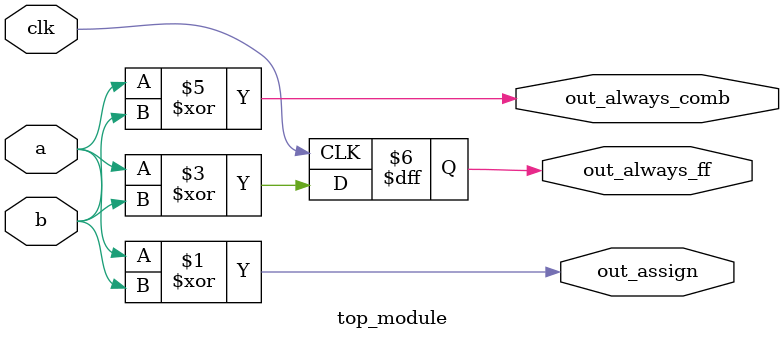
<source format=v>
module top_module(
	input clk,
	input a,
	input b,
	output wire out_assign,
	output reg out_always_comb,
	output reg out_always_ff
);
	assign out_assign = a^b;
	always @(posedge clk) begin
		out_always_ff <=a^b;
	end
	always @(*) begin
		out_always_comb = a^b;
	end
endmodule
</source>
